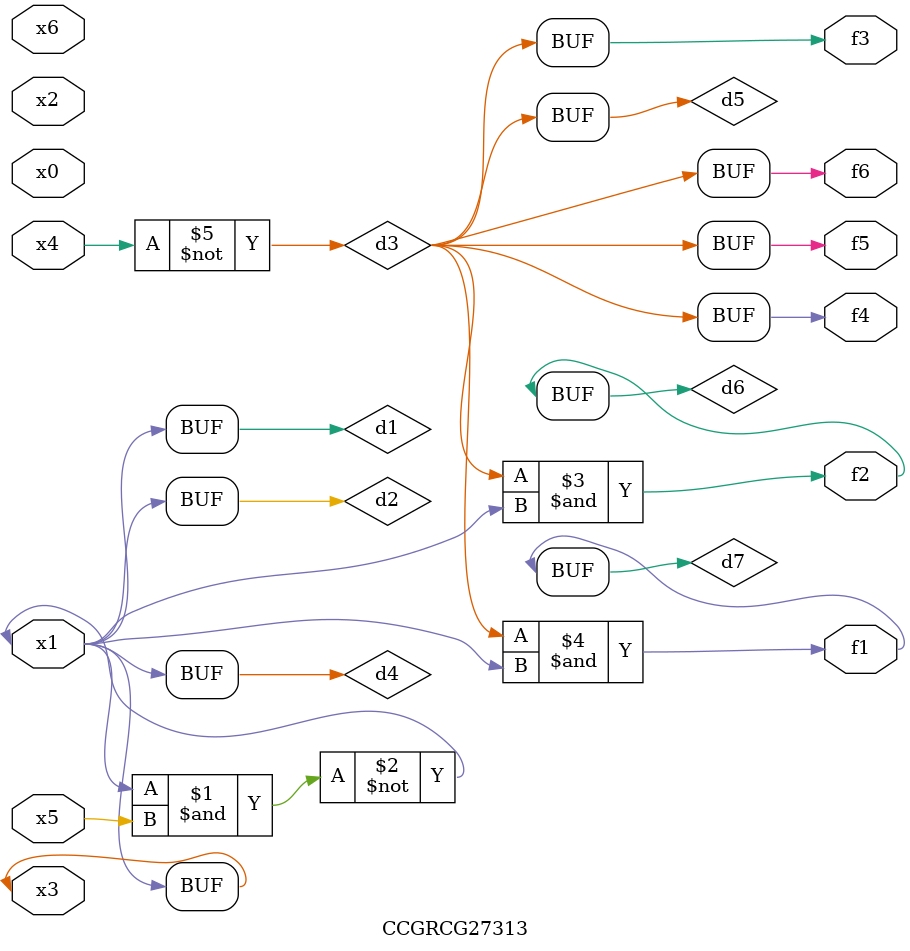
<source format=v>
module CCGRCG27313(
	input x0, x1, x2, x3, x4, x5, x6,
	output f1, f2, f3, f4, f5, f6
);

	wire d1, d2, d3, d4, d5, d6, d7;

	buf (d1, x1, x3);
	nand (d2, x1, x5);
	not (d3, x4);
	buf (d4, d1, d2);
	buf (d5, d3);
	and (d6, d3, d4);
	and (d7, d3, d4);
	assign f1 = d7;
	assign f2 = d6;
	assign f3 = d5;
	assign f4 = d5;
	assign f5 = d5;
	assign f6 = d5;
endmodule

</source>
